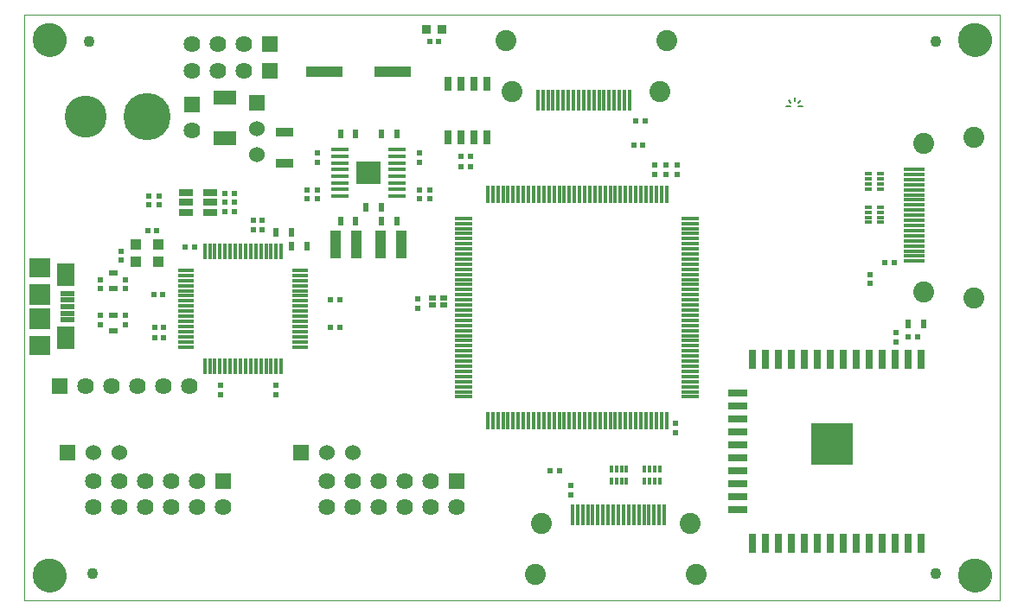
<source format=gts>
G75*
%MOIN*%
%OFA0B0*%
%FSLAX25Y25*%
%IPPOS*%
%LPD*%
%AMOC8*
5,1,8,0,0,1.08239X$1,22.5*
%
%ADD10C,0.00000*%
%ADD11C,0.12900*%
%ADD12C,0.00700*%
%ADD13R,0.01581X0.07880*%
%ADD14C,0.08077*%
%ADD15R,0.01975X0.02369*%
%ADD16R,0.01581X0.02959*%
%ADD17R,0.06109X0.01463*%
%ADD18R,0.01463X0.06109*%
%ADD19R,0.05715X0.01975*%
%ADD20R,0.07880X0.07487*%
%ADD21R,0.07880X0.07880*%
%ADD22R,0.06699X0.08668*%
%ADD23R,0.04337X0.03943*%
%ADD24R,0.02369X0.01975*%
%ADD25R,0.05400X0.02600*%
%ADD26R,0.03550X0.02369*%
%ADD27R,0.02369X0.03550*%
%ADD28R,0.03550X0.03550*%
%ADD29C,0.16211*%
%ADD30C,0.18180*%
%ADD31R,0.06699X0.03746*%
%ADD32R,0.02762X0.02369*%
%ADD33R,0.06400X0.06400*%
%ADD34C,0.06400*%
%ADD35R,0.06000X0.06000*%
%ADD36C,0.06000*%
%ADD37R,0.14180X0.04337*%
%ADD38R,0.06699X0.01581*%
%ADD39R,0.01581X0.06699*%
%ADD40R,0.02565X0.05715*%
%ADD41R,0.08668X0.05400*%
%ADD42R,0.07880X0.01581*%
%ADD43R,0.02959X0.01581*%
%ADD44C,0.04337*%
%ADD45R,0.09685X0.09094*%
%ADD46R,0.04337X0.11030*%
%ADD47R,0.16148X0.16148*%
%ADD48R,0.02762X0.07487*%
%ADD49R,0.07487X0.02762*%
D10*
X0008730Y0046472D02*
X0008730Y0272457D01*
X0384715Y0272457D01*
X0384715Y0046472D01*
X0008730Y0046472D01*
X0012126Y0056118D02*
X0012128Y0056276D01*
X0012134Y0056433D01*
X0012144Y0056591D01*
X0012158Y0056748D01*
X0012176Y0056904D01*
X0012197Y0057061D01*
X0012223Y0057216D01*
X0012253Y0057371D01*
X0012286Y0057525D01*
X0012324Y0057678D01*
X0012365Y0057831D01*
X0012410Y0057982D01*
X0012459Y0058132D01*
X0012512Y0058280D01*
X0012568Y0058428D01*
X0012629Y0058573D01*
X0012692Y0058718D01*
X0012760Y0058860D01*
X0012831Y0059001D01*
X0012905Y0059140D01*
X0012983Y0059277D01*
X0013065Y0059412D01*
X0013149Y0059545D01*
X0013238Y0059676D01*
X0013329Y0059804D01*
X0013424Y0059931D01*
X0013521Y0060054D01*
X0013622Y0060176D01*
X0013726Y0060294D01*
X0013833Y0060410D01*
X0013943Y0060523D01*
X0014055Y0060634D01*
X0014171Y0060741D01*
X0014289Y0060846D01*
X0014409Y0060948D01*
X0014532Y0061046D01*
X0014658Y0061142D01*
X0014786Y0061234D01*
X0014916Y0061323D01*
X0015048Y0061409D01*
X0015183Y0061491D01*
X0015320Y0061570D01*
X0015458Y0061645D01*
X0015598Y0061717D01*
X0015741Y0061785D01*
X0015884Y0061850D01*
X0016030Y0061911D01*
X0016177Y0061968D01*
X0016325Y0062022D01*
X0016475Y0062072D01*
X0016625Y0062118D01*
X0016777Y0062160D01*
X0016930Y0062199D01*
X0017084Y0062233D01*
X0017239Y0062264D01*
X0017394Y0062290D01*
X0017550Y0062313D01*
X0017707Y0062332D01*
X0017864Y0062347D01*
X0018021Y0062358D01*
X0018179Y0062365D01*
X0018337Y0062368D01*
X0018494Y0062367D01*
X0018652Y0062362D01*
X0018809Y0062353D01*
X0018967Y0062340D01*
X0019123Y0062323D01*
X0019280Y0062302D01*
X0019435Y0062278D01*
X0019590Y0062249D01*
X0019745Y0062216D01*
X0019898Y0062180D01*
X0020051Y0062139D01*
X0020202Y0062095D01*
X0020352Y0062047D01*
X0020501Y0061996D01*
X0020649Y0061940D01*
X0020795Y0061881D01*
X0020940Y0061818D01*
X0021083Y0061751D01*
X0021224Y0061681D01*
X0021363Y0061608D01*
X0021501Y0061531D01*
X0021637Y0061450D01*
X0021770Y0061366D01*
X0021901Y0061279D01*
X0022030Y0061188D01*
X0022157Y0061094D01*
X0022282Y0060997D01*
X0022403Y0060897D01*
X0022523Y0060794D01*
X0022639Y0060688D01*
X0022753Y0060579D01*
X0022865Y0060467D01*
X0022973Y0060353D01*
X0023078Y0060235D01*
X0023181Y0060115D01*
X0023280Y0059993D01*
X0023376Y0059868D01*
X0023469Y0059740D01*
X0023559Y0059611D01*
X0023645Y0059479D01*
X0023729Y0059345D01*
X0023808Y0059209D01*
X0023885Y0059071D01*
X0023957Y0058931D01*
X0024026Y0058789D01*
X0024092Y0058646D01*
X0024154Y0058501D01*
X0024212Y0058354D01*
X0024267Y0058206D01*
X0024318Y0058057D01*
X0024365Y0057906D01*
X0024408Y0057755D01*
X0024447Y0057602D01*
X0024483Y0057448D01*
X0024514Y0057294D01*
X0024542Y0057139D01*
X0024566Y0056983D01*
X0024586Y0056826D01*
X0024602Y0056669D01*
X0024614Y0056512D01*
X0024622Y0056355D01*
X0024626Y0056197D01*
X0024626Y0056039D01*
X0024622Y0055881D01*
X0024614Y0055724D01*
X0024602Y0055567D01*
X0024586Y0055410D01*
X0024566Y0055253D01*
X0024542Y0055097D01*
X0024514Y0054942D01*
X0024483Y0054788D01*
X0024447Y0054634D01*
X0024408Y0054481D01*
X0024365Y0054330D01*
X0024318Y0054179D01*
X0024267Y0054030D01*
X0024212Y0053882D01*
X0024154Y0053735D01*
X0024092Y0053590D01*
X0024026Y0053447D01*
X0023957Y0053305D01*
X0023885Y0053165D01*
X0023808Y0053027D01*
X0023729Y0052891D01*
X0023645Y0052757D01*
X0023559Y0052625D01*
X0023469Y0052496D01*
X0023376Y0052368D01*
X0023280Y0052243D01*
X0023181Y0052121D01*
X0023078Y0052001D01*
X0022973Y0051883D01*
X0022865Y0051769D01*
X0022753Y0051657D01*
X0022639Y0051548D01*
X0022523Y0051442D01*
X0022403Y0051339D01*
X0022282Y0051239D01*
X0022157Y0051142D01*
X0022030Y0051048D01*
X0021901Y0050957D01*
X0021770Y0050870D01*
X0021637Y0050786D01*
X0021501Y0050705D01*
X0021363Y0050628D01*
X0021224Y0050555D01*
X0021083Y0050485D01*
X0020940Y0050418D01*
X0020795Y0050355D01*
X0020649Y0050296D01*
X0020501Y0050240D01*
X0020352Y0050189D01*
X0020202Y0050141D01*
X0020051Y0050097D01*
X0019898Y0050056D01*
X0019745Y0050020D01*
X0019590Y0049987D01*
X0019435Y0049958D01*
X0019280Y0049934D01*
X0019123Y0049913D01*
X0018967Y0049896D01*
X0018809Y0049883D01*
X0018652Y0049874D01*
X0018494Y0049869D01*
X0018337Y0049868D01*
X0018179Y0049871D01*
X0018021Y0049878D01*
X0017864Y0049889D01*
X0017707Y0049904D01*
X0017550Y0049923D01*
X0017394Y0049946D01*
X0017239Y0049972D01*
X0017084Y0050003D01*
X0016930Y0050037D01*
X0016777Y0050076D01*
X0016625Y0050118D01*
X0016475Y0050164D01*
X0016325Y0050214D01*
X0016177Y0050268D01*
X0016030Y0050325D01*
X0015884Y0050386D01*
X0015741Y0050451D01*
X0015598Y0050519D01*
X0015458Y0050591D01*
X0015320Y0050666D01*
X0015183Y0050745D01*
X0015048Y0050827D01*
X0014916Y0050913D01*
X0014786Y0051002D01*
X0014658Y0051094D01*
X0014532Y0051190D01*
X0014409Y0051288D01*
X0014289Y0051390D01*
X0014171Y0051495D01*
X0014055Y0051602D01*
X0013943Y0051713D01*
X0013833Y0051826D01*
X0013726Y0051942D01*
X0013622Y0052060D01*
X0013521Y0052182D01*
X0013424Y0052305D01*
X0013329Y0052432D01*
X0013238Y0052560D01*
X0013149Y0052691D01*
X0013065Y0052824D01*
X0012983Y0052959D01*
X0012905Y0053096D01*
X0012831Y0053235D01*
X0012760Y0053376D01*
X0012692Y0053518D01*
X0012629Y0053663D01*
X0012568Y0053808D01*
X0012512Y0053956D01*
X0012459Y0054104D01*
X0012410Y0054254D01*
X0012365Y0054405D01*
X0012324Y0054558D01*
X0012286Y0054711D01*
X0012253Y0054865D01*
X0012223Y0055020D01*
X0012197Y0055175D01*
X0012176Y0055332D01*
X0012158Y0055488D01*
X0012144Y0055645D01*
X0012134Y0055803D01*
X0012128Y0055960D01*
X0012126Y0056118D01*
X0012126Y0262811D02*
X0012128Y0262969D01*
X0012134Y0263126D01*
X0012144Y0263284D01*
X0012158Y0263441D01*
X0012176Y0263597D01*
X0012197Y0263754D01*
X0012223Y0263909D01*
X0012253Y0264064D01*
X0012286Y0264218D01*
X0012324Y0264371D01*
X0012365Y0264524D01*
X0012410Y0264675D01*
X0012459Y0264825D01*
X0012512Y0264973D01*
X0012568Y0265121D01*
X0012629Y0265266D01*
X0012692Y0265411D01*
X0012760Y0265553D01*
X0012831Y0265694D01*
X0012905Y0265833D01*
X0012983Y0265970D01*
X0013065Y0266105D01*
X0013149Y0266238D01*
X0013238Y0266369D01*
X0013329Y0266497D01*
X0013424Y0266624D01*
X0013521Y0266747D01*
X0013622Y0266869D01*
X0013726Y0266987D01*
X0013833Y0267103D01*
X0013943Y0267216D01*
X0014055Y0267327D01*
X0014171Y0267434D01*
X0014289Y0267539D01*
X0014409Y0267641D01*
X0014532Y0267739D01*
X0014658Y0267835D01*
X0014786Y0267927D01*
X0014916Y0268016D01*
X0015048Y0268102D01*
X0015183Y0268184D01*
X0015320Y0268263D01*
X0015458Y0268338D01*
X0015598Y0268410D01*
X0015741Y0268478D01*
X0015884Y0268543D01*
X0016030Y0268604D01*
X0016177Y0268661D01*
X0016325Y0268715D01*
X0016475Y0268765D01*
X0016625Y0268811D01*
X0016777Y0268853D01*
X0016930Y0268892D01*
X0017084Y0268926D01*
X0017239Y0268957D01*
X0017394Y0268983D01*
X0017550Y0269006D01*
X0017707Y0269025D01*
X0017864Y0269040D01*
X0018021Y0269051D01*
X0018179Y0269058D01*
X0018337Y0269061D01*
X0018494Y0269060D01*
X0018652Y0269055D01*
X0018809Y0269046D01*
X0018967Y0269033D01*
X0019123Y0269016D01*
X0019280Y0268995D01*
X0019435Y0268971D01*
X0019590Y0268942D01*
X0019745Y0268909D01*
X0019898Y0268873D01*
X0020051Y0268832D01*
X0020202Y0268788D01*
X0020352Y0268740D01*
X0020501Y0268689D01*
X0020649Y0268633D01*
X0020795Y0268574D01*
X0020940Y0268511D01*
X0021083Y0268444D01*
X0021224Y0268374D01*
X0021363Y0268301D01*
X0021501Y0268224D01*
X0021637Y0268143D01*
X0021770Y0268059D01*
X0021901Y0267972D01*
X0022030Y0267881D01*
X0022157Y0267787D01*
X0022282Y0267690D01*
X0022403Y0267590D01*
X0022523Y0267487D01*
X0022639Y0267381D01*
X0022753Y0267272D01*
X0022865Y0267160D01*
X0022973Y0267046D01*
X0023078Y0266928D01*
X0023181Y0266808D01*
X0023280Y0266686D01*
X0023376Y0266561D01*
X0023469Y0266433D01*
X0023559Y0266304D01*
X0023645Y0266172D01*
X0023729Y0266038D01*
X0023808Y0265902D01*
X0023885Y0265764D01*
X0023957Y0265624D01*
X0024026Y0265482D01*
X0024092Y0265339D01*
X0024154Y0265194D01*
X0024212Y0265047D01*
X0024267Y0264899D01*
X0024318Y0264750D01*
X0024365Y0264599D01*
X0024408Y0264448D01*
X0024447Y0264295D01*
X0024483Y0264141D01*
X0024514Y0263987D01*
X0024542Y0263832D01*
X0024566Y0263676D01*
X0024586Y0263519D01*
X0024602Y0263362D01*
X0024614Y0263205D01*
X0024622Y0263048D01*
X0024626Y0262890D01*
X0024626Y0262732D01*
X0024622Y0262574D01*
X0024614Y0262417D01*
X0024602Y0262260D01*
X0024586Y0262103D01*
X0024566Y0261946D01*
X0024542Y0261790D01*
X0024514Y0261635D01*
X0024483Y0261481D01*
X0024447Y0261327D01*
X0024408Y0261174D01*
X0024365Y0261023D01*
X0024318Y0260872D01*
X0024267Y0260723D01*
X0024212Y0260575D01*
X0024154Y0260428D01*
X0024092Y0260283D01*
X0024026Y0260140D01*
X0023957Y0259998D01*
X0023885Y0259858D01*
X0023808Y0259720D01*
X0023729Y0259584D01*
X0023645Y0259450D01*
X0023559Y0259318D01*
X0023469Y0259189D01*
X0023376Y0259061D01*
X0023280Y0258936D01*
X0023181Y0258814D01*
X0023078Y0258694D01*
X0022973Y0258576D01*
X0022865Y0258462D01*
X0022753Y0258350D01*
X0022639Y0258241D01*
X0022523Y0258135D01*
X0022403Y0258032D01*
X0022282Y0257932D01*
X0022157Y0257835D01*
X0022030Y0257741D01*
X0021901Y0257650D01*
X0021770Y0257563D01*
X0021637Y0257479D01*
X0021501Y0257398D01*
X0021363Y0257321D01*
X0021224Y0257248D01*
X0021083Y0257178D01*
X0020940Y0257111D01*
X0020795Y0257048D01*
X0020649Y0256989D01*
X0020501Y0256933D01*
X0020352Y0256882D01*
X0020202Y0256834D01*
X0020051Y0256790D01*
X0019898Y0256749D01*
X0019745Y0256713D01*
X0019590Y0256680D01*
X0019435Y0256651D01*
X0019280Y0256627D01*
X0019123Y0256606D01*
X0018967Y0256589D01*
X0018809Y0256576D01*
X0018652Y0256567D01*
X0018494Y0256562D01*
X0018337Y0256561D01*
X0018179Y0256564D01*
X0018021Y0256571D01*
X0017864Y0256582D01*
X0017707Y0256597D01*
X0017550Y0256616D01*
X0017394Y0256639D01*
X0017239Y0256665D01*
X0017084Y0256696D01*
X0016930Y0256730D01*
X0016777Y0256769D01*
X0016625Y0256811D01*
X0016475Y0256857D01*
X0016325Y0256907D01*
X0016177Y0256961D01*
X0016030Y0257018D01*
X0015884Y0257079D01*
X0015741Y0257144D01*
X0015598Y0257212D01*
X0015458Y0257284D01*
X0015320Y0257359D01*
X0015183Y0257438D01*
X0015048Y0257520D01*
X0014916Y0257606D01*
X0014786Y0257695D01*
X0014658Y0257787D01*
X0014532Y0257883D01*
X0014409Y0257981D01*
X0014289Y0258083D01*
X0014171Y0258188D01*
X0014055Y0258295D01*
X0013943Y0258406D01*
X0013833Y0258519D01*
X0013726Y0258635D01*
X0013622Y0258753D01*
X0013521Y0258875D01*
X0013424Y0258998D01*
X0013329Y0259125D01*
X0013238Y0259253D01*
X0013149Y0259384D01*
X0013065Y0259517D01*
X0012983Y0259652D01*
X0012905Y0259789D01*
X0012831Y0259928D01*
X0012760Y0260069D01*
X0012692Y0260211D01*
X0012629Y0260356D01*
X0012568Y0260501D01*
X0012512Y0260649D01*
X0012459Y0260797D01*
X0012410Y0260947D01*
X0012365Y0261098D01*
X0012324Y0261251D01*
X0012286Y0261404D01*
X0012253Y0261558D01*
X0012223Y0261713D01*
X0012197Y0261868D01*
X0012176Y0262025D01*
X0012158Y0262181D01*
X0012144Y0262338D01*
X0012134Y0262496D01*
X0012128Y0262653D01*
X0012126Y0262811D01*
X0368819Y0262811D02*
X0368821Y0262969D01*
X0368827Y0263126D01*
X0368837Y0263284D01*
X0368851Y0263441D01*
X0368869Y0263597D01*
X0368890Y0263754D01*
X0368916Y0263909D01*
X0368946Y0264064D01*
X0368979Y0264218D01*
X0369017Y0264371D01*
X0369058Y0264524D01*
X0369103Y0264675D01*
X0369152Y0264825D01*
X0369205Y0264973D01*
X0369261Y0265121D01*
X0369322Y0265266D01*
X0369385Y0265411D01*
X0369453Y0265553D01*
X0369524Y0265694D01*
X0369598Y0265833D01*
X0369676Y0265970D01*
X0369758Y0266105D01*
X0369842Y0266238D01*
X0369931Y0266369D01*
X0370022Y0266497D01*
X0370117Y0266624D01*
X0370214Y0266747D01*
X0370315Y0266869D01*
X0370419Y0266987D01*
X0370526Y0267103D01*
X0370636Y0267216D01*
X0370748Y0267327D01*
X0370864Y0267434D01*
X0370982Y0267539D01*
X0371102Y0267641D01*
X0371225Y0267739D01*
X0371351Y0267835D01*
X0371479Y0267927D01*
X0371609Y0268016D01*
X0371741Y0268102D01*
X0371876Y0268184D01*
X0372013Y0268263D01*
X0372151Y0268338D01*
X0372291Y0268410D01*
X0372434Y0268478D01*
X0372577Y0268543D01*
X0372723Y0268604D01*
X0372870Y0268661D01*
X0373018Y0268715D01*
X0373168Y0268765D01*
X0373318Y0268811D01*
X0373470Y0268853D01*
X0373623Y0268892D01*
X0373777Y0268926D01*
X0373932Y0268957D01*
X0374087Y0268983D01*
X0374243Y0269006D01*
X0374400Y0269025D01*
X0374557Y0269040D01*
X0374714Y0269051D01*
X0374872Y0269058D01*
X0375030Y0269061D01*
X0375187Y0269060D01*
X0375345Y0269055D01*
X0375502Y0269046D01*
X0375660Y0269033D01*
X0375816Y0269016D01*
X0375973Y0268995D01*
X0376128Y0268971D01*
X0376283Y0268942D01*
X0376438Y0268909D01*
X0376591Y0268873D01*
X0376744Y0268832D01*
X0376895Y0268788D01*
X0377045Y0268740D01*
X0377194Y0268689D01*
X0377342Y0268633D01*
X0377488Y0268574D01*
X0377633Y0268511D01*
X0377776Y0268444D01*
X0377917Y0268374D01*
X0378056Y0268301D01*
X0378194Y0268224D01*
X0378330Y0268143D01*
X0378463Y0268059D01*
X0378594Y0267972D01*
X0378723Y0267881D01*
X0378850Y0267787D01*
X0378975Y0267690D01*
X0379096Y0267590D01*
X0379216Y0267487D01*
X0379332Y0267381D01*
X0379446Y0267272D01*
X0379558Y0267160D01*
X0379666Y0267046D01*
X0379771Y0266928D01*
X0379874Y0266808D01*
X0379973Y0266686D01*
X0380069Y0266561D01*
X0380162Y0266433D01*
X0380252Y0266304D01*
X0380338Y0266172D01*
X0380422Y0266038D01*
X0380501Y0265902D01*
X0380578Y0265764D01*
X0380650Y0265624D01*
X0380719Y0265482D01*
X0380785Y0265339D01*
X0380847Y0265194D01*
X0380905Y0265047D01*
X0380960Y0264899D01*
X0381011Y0264750D01*
X0381058Y0264599D01*
X0381101Y0264448D01*
X0381140Y0264295D01*
X0381176Y0264141D01*
X0381207Y0263987D01*
X0381235Y0263832D01*
X0381259Y0263676D01*
X0381279Y0263519D01*
X0381295Y0263362D01*
X0381307Y0263205D01*
X0381315Y0263048D01*
X0381319Y0262890D01*
X0381319Y0262732D01*
X0381315Y0262574D01*
X0381307Y0262417D01*
X0381295Y0262260D01*
X0381279Y0262103D01*
X0381259Y0261946D01*
X0381235Y0261790D01*
X0381207Y0261635D01*
X0381176Y0261481D01*
X0381140Y0261327D01*
X0381101Y0261174D01*
X0381058Y0261023D01*
X0381011Y0260872D01*
X0380960Y0260723D01*
X0380905Y0260575D01*
X0380847Y0260428D01*
X0380785Y0260283D01*
X0380719Y0260140D01*
X0380650Y0259998D01*
X0380578Y0259858D01*
X0380501Y0259720D01*
X0380422Y0259584D01*
X0380338Y0259450D01*
X0380252Y0259318D01*
X0380162Y0259189D01*
X0380069Y0259061D01*
X0379973Y0258936D01*
X0379874Y0258814D01*
X0379771Y0258694D01*
X0379666Y0258576D01*
X0379558Y0258462D01*
X0379446Y0258350D01*
X0379332Y0258241D01*
X0379216Y0258135D01*
X0379096Y0258032D01*
X0378975Y0257932D01*
X0378850Y0257835D01*
X0378723Y0257741D01*
X0378594Y0257650D01*
X0378463Y0257563D01*
X0378330Y0257479D01*
X0378194Y0257398D01*
X0378056Y0257321D01*
X0377917Y0257248D01*
X0377776Y0257178D01*
X0377633Y0257111D01*
X0377488Y0257048D01*
X0377342Y0256989D01*
X0377194Y0256933D01*
X0377045Y0256882D01*
X0376895Y0256834D01*
X0376744Y0256790D01*
X0376591Y0256749D01*
X0376438Y0256713D01*
X0376283Y0256680D01*
X0376128Y0256651D01*
X0375973Y0256627D01*
X0375816Y0256606D01*
X0375660Y0256589D01*
X0375502Y0256576D01*
X0375345Y0256567D01*
X0375187Y0256562D01*
X0375030Y0256561D01*
X0374872Y0256564D01*
X0374714Y0256571D01*
X0374557Y0256582D01*
X0374400Y0256597D01*
X0374243Y0256616D01*
X0374087Y0256639D01*
X0373932Y0256665D01*
X0373777Y0256696D01*
X0373623Y0256730D01*
X0373470Y0256769D01*
X0373318Y0256811D01*
X0373168Y0256857D01*
X0373018Y0256907D01*
X0372870Y0256961D01*
X0372723Y0257018D01*
X0372577Y0257079D01*
X0372434Y0257144D01*
X0372291Y0257212D01*
X0372151Y0257284D01*
X0372013Y0257359D01*
X0371876Y0257438D01*
X0371741Y0257520D01*
X0371609Y0257606D01*
X0371479Y0257695D01*
X0371351Y0257787D01*
X0371225Y0257883D01*
X0371102Y0257981D01*
X0370982Y0258083D01*
X0370864Y0258188D01*
X0370748Y0258295D01*
X0370636Y0258406D01*
X0370526Y0258519D01*
X0370419Y0258635D01*
X0370315Y0258753D01*
X0370214Y0258875D01*
X0370117Y0258998D01*
X0370022Y0259125D01*
X0369931Y0259253D01*
X0369842Y0259384D01*
X0369758Y0259517D01*
X0369676Y0259652D01*
X0369598Y0259789D01*
X0369524Y0259928D01*
X0369453Y0260069D01*
X0369385Y0260211D01*
X0369322Y0260356D01*
X0369261Y0260501D01*
X0369205Y0260649D01*
X0369152Y0260797D01*
X0369103Y0260947D01*
X0369058Y0261098D01*
X0369017Y0261251D01*
X0368979Y0261404D01*
X0368946Y0261558D01*
X0368916Y0261713D01*
X0368890Y0261868D01*
X0368869Y0262025D01*
X0368851Y0262181D01*
X0368837Y0262338D01*
X0368827Y0262496D01*
X0368821Y0262653D01*
X0368819Y0262811D01*
X0368819Y0056118D02*
X0368821Y0056276D01*
X0368827Y0056433D01*
X0368837Y0056591D01*
X0368851Y0056748D01*
X0368869Y0056904D01*
X0368890Y0057061D01*
X0368916Y0057216D01*
X0368946Y0057371D01*
X0368979Y0057525D01*
X0369017Y0057678D01*
X0369058Y0057831D01*
X0369103Y0057982D01*
X0369152Y0058132D01*
X0369205Y0058280D01*
X0369261Y0058428D01*
X0369322Y0058573D01*
X0369385Y0058718D01*
X0369453Y0058860D01*
X0369524Y0059001D01*
X0369598Y0059140D01*
X0369676Y0059277D01*
X0369758Y0059412D01*
X0369842Y0059545D01*
X0369931Y0059676D01*
X0370022Y0059804D01*
X0370117Y0059931D01*
X0370214Y0060054D01*
X0370315Y0060176D01*
X0370419Y0060294D01*
X0370526Y0060410D01*
X0370636Y0060523D01*
X0370748Y0060634D01*
X0370864Y0060741D01*
X0370982Y0060846D01*
X0371102Y0060948D01*
X0371225Y0061046D01*
X0371351Y0061142D01*
X0371479Y0061234D01*
X0371609Y0061323D01*
X0371741Y0061409D01*
X0371876Y0061491D01*
X0372013Y0061570D01*
X0372151Y0061645D01*
X0372291Y0061717D01*
X0372434Y0061785D01*
X0372577Y0061850D01*
X0372723Y0061911D01*
X0372870Y0061968D01*
X0373018Y0062022D01*
X0373168Y0062072D01*
X0373318Y0062118D01*
X0373470Y0062160D01*
X0373623Y0062199D01*
X0373777Y0062233D01*
X0373932Y0062264D01*
X0374087Y0062290D01*
X0374243Y0062313D01*
X0374400Y0062332D01*
X0374557Y0062347D01*
X0374714Y0062358D01*
X0374872Y0062365D01*
X0375030Y0062368D01*
X0375187Y0062367D01*
X0375345Y0062362D01*
X0375502Y0062353D01*
X0375660Y0062340D01*
X0375816Y0062323D01*
X0375973Y0062302D01*
X0376128Y0062278D01*
X0376283Y0062249D01*
X0376438Y0062216D01*
X0376591Y0062180D01*
X0376744Y0062139D01*
X0376895Y0062095D01*
X0377045Y0062047D01*
X0377194Y0061996D01*
X0377342Y0061940D01*
X0377488Y0061881D01*
X0377633Y0061818D01*
X0377776Y0061751D01*
X0377917Y0061681D01*
X0378056Y0061608D01*
X0378194Y0061531D01*
X0378330Y0061450D01*
X0378463Y0061366D01*
X0378594Y0061279D01*
X0378723Y0061188D01*
X0378850Y0061094D01*
X0378975Y0060997D01*
X0379096Y0060897D01*
X0379216Y0060794D01*
X0379332Y0060688D01*
X0379446Y0060579D01*
X0379558Y0060467D01*
X0379666Y0060353D01*
X0379771Y0060235D01*
X0379874Y0060115D01*
X0379973Y0059993D01*
X0380069Y0059868D01*
X0380162Y0059740D01*
X0380252Y0059611D01*
X0380338Y0059479D01*
X0380422Y0059345D01*
X0380501Y0059209D01*
X0380578Y0059071D01*
X0380650Y0058931D01*
X0380719Y0058789D01*
X0380785Y0058646D01*
X0380847Y0058501D01*
X0380905Y0058354D01*
X0380960Y0058206D01*
X0381011Y0058057D01*
X0381058Y0057906D01*
X0381101Y0057755D01*
X0381140Y0057602D01*
X0381176Y0057448D01*
X0381207Y0057294D01*
X0381235Y0057139D01*
X0381259Y0056983D01*
X0381279Y0056826D01*
X0381295Y0056669D01*
X0381307Y0056512D01*
X0381315Y0056355D01*
X0381319Y0056197D01*
X0381319Y0056039D01*
X0381315Y0055881D01*
X0381307Y0055724D01*
X0381295Y0055567D01*
X0381279Y0055410D01*
X0381259Y0055253D01*
X0381235Y0055097D01*
X0381207Y0054942D01*
X0381176Y0054788D01*
X0381140Y0054634D01*
X0381101Y0054481D01*
X0381058Y0054330D01*
X0381011Y0054179D01*
X0380960Y0054030D01*
X0380905Y0053882D01*
X0380847Y0053735D01*
X0380785Y0053590D01*
X0380719Y0053447D01*
X0380650Y0053305D01*
X0380578Y0053165D01*
X0380501Y0053027D01*
X0380422Y0052891D01*
X0380338Y0052757D01*
X0380252Y0052625D01*
X0380162Y0052496D01*
X0380069Y0052368D01*
X0379973Y0052243D01*
X0379874Y0052121D01*
X0379771Y0052001D01*
X0379666Y0051883D01*
X0379558Y0051769D01*
X0379446Y0051657D01*
X0379332Y0051548D01*
X0379216Y0051442D01*
X0379096Y0051339D01*
X0378975Y0051239D01*
X0378850Y0051142D01*
X0378723Y0051048D01*
X0378594Y0050957D01*
X0378463Y0050870D01*
X0378330Y0050786D01*
X0378194Y0050705D01*
X0378056Y0050628D01*
X0377917Y0050555D01*
X0377776Y0050485D01*
X0377633Y0050418D01*
X0377488Y0050355D01*
X0377342Y0050296D01*
X0377194Y0050240D01*
X0377045Y0050189D01*
X0376895Y0050141D01*
X0376744Y0050097D01*
X0376591Y0050056D01*
X0376438Y0050020D01*
X0376283Y0049987D01*
X0376128Y0049958D01*
X0375973Y0049934D01*
X0375816Y0049913D01*
X0375660Y0049896D01*
X0375502Y0049883D01*
X0375345Y0049874D01*
X0375187Y0049869D01*
X0375030Y0049868D01*
X0374872Y0049871D01*
X0374714Y0049878D01*
X0374557Y0049889D01*
X0374400Y0049904D01*
X0374243Y0049923D01*
X0374087Y0049946D01*
X0373932Y0049972D01*
X0373777Y0050003D01*
X0373623Y0050037D01*
X0373470Y0050076D01*
X0373318Y0050118D01*
X0373168Y0050164D01*
X0373018Y0050214D01*
X0372870Y0050268D01*
X0372723Y0050325D01*
X0372577Y0050386D01*
X0372434Y0050451D01*
X0372291Y0050519D01*
X0372151Y0050591D01*
X0372013Y0050666D01*
X0371876Y0050745D01*
X0371741Y0050827D01*
X0371609Y0050913D01*
X0371479Y0051002D01*
X0371351Y0051094D01*
X0371225Y0051190D01*
X0371102Y0051288D01*
X0370982Y0051390D01*
X0370864Y0051495D01*
X0370748Y0051602D01*
X0370636Y0051713D01*
X0370526Y0051826D01*
X0370419Y0051942D01*
X0370315Y0052060D01*
X0370214Y0052182D01*
X0370117Y0052305D01*
X0370022Y0052432D01*
X0369931Y0052560D01*
X0369842Y0052691D01*
X0369758Y0052824D01*
X0369676Y0052959D01*
X0369598Y0053096D01*
X0369524Y0053235D01*
X0369453Y0053376D01*
X0369385Y0053518D01*
X0369322Y0053663D01*
X0369261Y0053808D01*
X0369205Y0053956D01*
X0369152Y0054104D01*
X0369103Y0054254D01*
X0369058Y0054405D01*
X0369017Y0054558D01*
X0368979Y0054711D01*
X0368946Y0054865D01*
X0368916Y0055020D01*
X0368890Y0055175D01*
X0368869Y0055332D01*
X0368851Y0055488D01*
X0368837Y0055645D01*
X0368827Y0055803D01*
X0368821Y0055960D01*
X0368819Y0056118D01*
D11*
X0375069Y0056118D03*
X0375069Y0262811D03*
X0018376Y0262811D03*
X0018376Y0056118D03*
D12*
X0302431Y0237024D02*
X0304006Y0237024D01*
X0304006Y0238598D02*
X0303219Y0239386D01*
X0305581Y0238992D02*
X0305581Y0240567D01*
X0307156Y0238598D02*
X0307943Y0239386D01*
X0307156Y0237024D02*
X0308730Y0237024D01*
D13*
X0241998Y0239386D03*
X0240030Y0239386D03*
X0238061Y0239386D03*
X0236093Y0239386D03*
X0234124Y0239386D03*
X0232156Y0239386D03*
X0230187Y0239386D03*
X0228219Y0239386D03*
X0226250Y0239386D03*
X0224281Y0239386D03*
X0222313Y0239386D03*
X0220344Y0239386D03*
X0218376Y0239386D03*
X0216407Y0239386D03*
X0214439Y0239386D03*
X0212470Y0239386D03*
X0210502Y0239386D03*
X0208533Y0239386D03*
X0206565Y0239386D03*
X0219951Y0079543D03*
X0221919Y0079543D03*
X0223888Y0079543D03*
X0225856Y0079543D03*
X0227825Y0079543D03*
X0229793Y0079543D03*
X0231762Y0079543D03*
X0233730Y0079543D03*
X0235699Y0079543D03*
X0237667Y0079543D03*
X0239636Y0079543D03*
X0241604Y0079543D03*
X0243573Y0079543D03*
X0245541Y0079543D03*
X0247510Y0079543D03*
X0249478Y0079543D03*
X0251447Y0079543D03*
X0253415Y0079543D03*
X0255384Y0079543D03*
D14*
X0265226Y0076000D03*
X0267589Y0056512D03*
X0208140Y0076000D03*
X0205778Y0056512D03*
X0355187Y0165567D03*
X0374675Y0163205D03*
X0355187Y0222654D03*
X0374675Y0225016D03*
X0256171Y0262417D03*
X0253809Y0242929D03*
X0196722Y0242929D03*
X0194360Y0262417D03*
D15*
X0168376Y0262220D03*
X0164833Y0262220D03*
X0177037Y0217732D03*
X0180581Y0217732D03*
X0180581Y0213795D03*
X0177037Y0213795D03*
X0243573Y0222063D03*
X0247116Y0222063D03*
X0247904Y0231512D03*
X0244360Y0231512D03*
X0340423Y0176787D03*
X0343967Y0176787D03*
X0349478Y0148047D03*
X0353022Y0148047D03*
X0214833Y0096472D03*
X0211289Y0096472D03*
X0130187Y0151984D03*
X0126644Y0151984D03*
X0126644Y0162614D03*
X0130187Y0162614D03*
X0089636Y0196472D03*
X0086093Y0196472D03*
X0086093Y0200016D03*
X0089636Y0200016D03*
X0089636Y0203559D03*
X0086093Y0203559D03*
X0059715Y0188992D03*
X0056171Y0188992D03*
X0070738Y0182693D03*
X0074281Y0182693D03*
X0062077Y0164583D03*
X0058533Y0164583D03*
X0058927Y0151984D03*
X0062470Y0151984D03*
X0062470Y0147654D03*
X0058927Y0147654D03*
D16*
X0234911Y0097161D03*
X0236880Y0097161D03*
X0238848Y0097161D03*
X0240817Y0097161D03*
X0240817Y0092634D03*
X0238848Y0092634D03*
X0236880Y0092634D03*
X0234911Y0092634D03*
X0247707Y0092634D03*
X0249675Y0092634D03*
X0251644Y0092634D03*
X0253612Y0092634D03*
X0253612Y0097161D03*
X0251644Y0097161D03*
X0249675Y0097161D03*
X0247707Y0097161D03*
D17*
X0115128Y0144307D03*
X0115128Y0146276D03*
X0115128Y0148244D03*
X0115128Y0150213D03*
X0115128Y0152181D03*
X0115128Y0154150D03*
X0115128Y0156118D03*
X0115128Y0158087D03*
X0115128Y0160055D03*
X0115128Y0162024D03*
X0115128Y0163992D03*
X0115128Y0165961D03*
X0115128Y0167929D03*
X0115128Y0169898D03*
X0115128Y0171866D03*
X0115128Y0173835D03*
X0070837Y0173835D03*
X0070837Y0171866D03*
X0070837Y0169898D03*
X0070837Y0167929D03*
X0070837Y0165961D03*
X0070837Y0163992D03*
X0070837Y0162024D03*
X0070837Y0160055D03*
X0070837Y0158087D03*
X0070837Y0156118D03*
X0070837Y0154150D03*
X0070837Y0152181D03*
X0070837Y0150213D03*
X0070837Y0148244D03*
X0070837Y0146276D03*
X0070837Y0144307D03*
D18*
X0078219Y0136925D03*
X0080187Y0136925D03*
X0082156Y0136925D03*
X0084124Y0136925D03*
X0086093Y0136925D03*
X0088061Y0136925D03*
X0090030Y0136925D03*
X0091998Y0136925D03*
X0093967Y0136925D03*
X0095935Y0136925D03*
X0097904Y0136925D03*
X0099872Y0136925D03*
X0101841Y0136925D03*
X0103809Y0136925D03*
X0105778Y0136925D03*
X0107746Y0136925D03*
X0107746Y0181217D03*
X0105778Y0181217D03*
X0103809Y0181217D03*
X0101841Y0181217D03*
X0099872Y0181217D03*
X0097904Y0181217D03*
X0095935Y0181217D03*
X0093967Y0181217D03*
X0091998Y0181217D03*
X0090030Y0181217D03*
X0088061Y0181217D03*
X0086093Y0181217D03*
X0084124Y0181217D03*
X0082156Y0181217D03*
X0080187Y0181217D03*
X0078219Y0181217D03*
D19*
X0025167Y0164976D03*
X0025167Y0162417D03*
X0025167Y0159858D03*
X0025167Y0157299D03*
X0025167Y0154740D03*
D20*
X0014636Y0144898D03*
X0014636Y0174819D03*
D21*
X0014636Y0164583D03*
X0014636Y0155134D03*
D22*
X0024675Y0147654D03*
X0024675Y0172063D03*
D23*
X0051644Y0177181D03*
X0060305Y0177181D03*
X0060305Y0183874D03*
X0051644Y0183874D03*
D24*
X0046132Y0181315D03*
X0046132Y0177772D03*
X0047707Y0170291D03*
X0047707Y0166748D03*
X0037864Y0166748D03*
X0037864Y0170291D03*
X0037864Y0156512D03*
X0037864Y0152969D03*
X0047707Y0152969D03*
X0047707Y0156512D03*
X0084321Y0129346D03*
X0084321Y0125803D03*
X0105581Y0125803D03*
X0105581Y0129346D03*
X0160305Y0159268D03*
X0160305Y0162811D03*
X0161093Y0201394D03*
X0161093Y0204937D03*
X0165030Y0204937D03*
X0165030Y0201394D03*
X0161093Y0215567D03*
X0161093Y0219110D03*
X0121722Y0219110D03*
X0121722Y0215567D03*
X0121722Y0204937D03*
X0121722Y0201394D03*
X0117785Y0201394D03*
X0117785Y0204937D03*
X0100463Y0193126D03*
X0100463Y0189583D03*
X0096919Y0189583D03*
X0096919Y0193126D03*
X0060699Y0199031D03*
X0060699Y0202575D03*
X0056762Y0202575D03*
X0056762Y0199031D03*
X0219360Y0090764D03*
X0219360Y0087220D03*
X0259518Y0111236D03*
X0259518Y0114780D03*
X0334715Y0168717D03*
X0334715Y0172260D03*
X0344557Y0149819D03*
X0344557Y0146276D03*
X0260305Y0210843D03*
X0255974Y0210843D03*
X0251644Y0210843D03*
X0251644Y0214386D03*
X0255974Y0214386D03*
X0260305Y0214386D03*
D25*
X0080459Y0203716D03*
X0080459Y0200016D03*
X0080459Y0196316D03*
X0070859Y0196316D03*
X0070859Y0200016D03*
X0070859Y0203716D03*
D26*
X0042982Y0172654D03*
X0042982Y0166748D03*
X0042982Y0156512D03*
X0042982Y0150606D03*
D27*
X0105778Y0188598D03*
X0111683Y0188598D03*
X0111683Y0183087D03*
X0117589Y0183087D03*
X0130581Y0192929D03*
X0136486Y0192929D03*
X0140423Y0198047D03*
X0146329Y0198047D03*
X0146329Y0192929D03*
X0152234Y0192929D03*
X0152234Y0226394D03*
X0146329Y0226394D03*
X0136486Y0226394D03*
X0130581Y0226394D03*
X0349478Y0153165D03*
X0355384Y0153165D03*
D28*
X0169557Y0266945D03*
X0163652Y0266945D03*
D29*
X0032352Y0233087D03*
D30*
X0055974Y0233087D03*
D31*
X0109124Y0227280D03*
X0109124Y0215272D03*
D32*
X0166014Y0163205D03*
X0166014Y0160449D03*
X0170344Y0160449D03*
X0170344Y0163205D03*
D33*
X0175463Y0092417D03*
X0085463Y0092417D03*
X0022313Y0129150D03*
X0073297Y0237693D03*
X0103258Y0250803D03*
X0103258Y0261039D03*
D34*
X0093258Y0261039D03*
X0083258Y0261039D03*
X0073258Y0261039D03*
X0073258Y0250803D03*
X0083258Y0250803D03*
X0093258Y0250803D03*
X0073297Y0227693D03*
X0072313Y0129150D03*
X0062313Y0129150D03*
X0052313Y0129150D03*
X0042313Y0129150D03*
X0032313Y0129150D03*
X0035463Y0092417D03*
X0045463Y0092417D03*
X0055463Y0092417D03*
X0065463Y0092417D03*
X0075463Y0092417D03*
X0075463Y0082417D03*
X0065463Y0082417D03*
X0055463Y0082417D03*
X0045463Y0082417D03*
X0035463Y0082417D03*
X0085463Y0082417D03*
X0125463Y0082417D03*
X0135463Y0082417D03*
X0145463Y0082417D03*
X0155463Y0082417D03*
X0165463Y0082417D03*
X0175463Y0082417D03*
X0165463Y0092417D03*
X0155463Y0092417D03*
X0145463Y0092417D03*
X0135463Y0092417D03*
X0125463Y0092417D03*
D35*
X0115266Y0103559D03*
X0025266Y0103559D03*
X0098494Y0238362D03*
D36*
X0098494Y0228362D03*
X0098494Y0218362D03*
X0125266Y0103559D03*
X0135266Y0103559D03*
X0045266Y0103559D03*
X0035266Y0103559D03*
D37*
X0124281Y0250409D03*
X0150659Y0250409D03*
D38*
X0152431Y0220390D03*
X0152431Y0217831D03*
X0152431Y0215272D03*
X0152431Y0212713D03*
X0152431Y0210154D03*
X0152431Y0207594D03*
X0152431Y0205035D03*
X0152431Y0202476D03*
X0130384Y0202476D03*
X0130384Y0205035D03*
X0130384Y0207594D03*
X0130384Y0210154D03*
X0130384Y0212713D03*
X0130384Y0215272D03*
X0130384Y0217831D03*
X0130384Y0220390D03*
X0178022Y0193913D03*
X0178022Y0191945D03*
X0178022Y0189976D03*
X0178022Y0188008D03*
X0178022Y0186039D03*
X0178022Y0184071D03*
X0178022Y0182102D03*
X0178022Y0180134D03*
X0178022Y0178165D03*
X0178022Y0176197D03*
X0178022Y0174228D03*
X0178022Y0172260D03*
X0178022Y0170291D03*
X0178022Y0168323D03*
X0178022Y0166354D03*
X0178022Y0164386D03*
X0178022Y0162417D03*
X0178022Y0160449D03*
X0178022Y0158480D03*
X0178022Y0156512D03*
X0178022Y0154543D03*
X0178022Y0152575D03*
X0178022Y0150606D03*
X0178022Y0148638D03*
X0178022Y0146669D03*
X0178022Y0144701D03*
X0178022Y0142732D03*
X0178022Y0140764D03*
X0178022Y0138795D03*
X0178022Y0136827D03*
X0178022Y0134858D03*
X0178022Y0132890D03*
X0178022Y0130921D03*
X0178022Y0128953D03*
X0178022Y0126984D03*
X0178022Y0125016D03*
X0265423Y0125016D03*
X0265423Y0126984D03*
X0265423Y0128953D03*
X0265423Y0130921D03*
X0265423Y0132890D03*
X0265423Y0134858D03*
X0265423Y0136827D03*
X0265423Y0138795D03*
X0265423Y0140764D03*
X0265423Y0142732D03*
X0265423Y0144701D03*
X0265423Y0146669D03*
X0265423Y0148638D03*
X0265423Y0150606D03*
X0265423Y0152575D03*
X0265423Y0154543D03*
X0265423Y0156512D03*
X0265423Y0158480D03*
X0265423Y0160449D03*
X0265423Y0162417D03*
X0265423Y0164386D03*
X0265423Y0166354D03*
X0265423Y0168323D03*
X0265423Y0170291D03*
X0265423Y0172260D03*
X0265423Y0174228D03*
X0265423Y0176197D03*
X0265423Y0178165D03*
X0265423Y0180134D03*
X0265423Y0182102D03*
X0265423Y0184071D03*
X0265423Y0186039D03*
X0265423Y0188008D03*
X0265423Y0189976D03*
X0265423Y0191945D03*
X0265423Y0193913D03*
D39*
X0256171Y0203165D03*
X0254203Y0203165D03*
X0252234Y0203165D03*
X0250266Y0203165D03*
X0248297Y0203165D03*
X0246329Y0203165D03*
X0244360Y0203165D03*
X0242392Y0203165D03*
X0240423Y0203165D03*
X0238455Y0203165D03*
X0236486Y0203165D03*
X0234518Y0203165D03*
X0232549Y0203165D03*
X0230581Y0203165D03*
X0228612Y0203165D03*
X0226644Y0203165D03*
X0224675Y0203165D03*
X0222707Y0203165D03*
X0220738Y0203165D03*
X0218770Y0203165D03*
X0216801Y0203165D03*
X0214833Y0203165D03*
X0212864Y0203165D03*
X0210896Y0203165D03*
X0208927Y0203165D03*
X0206959Y0203165D03*
X0204990Y0203165D03*
X0203022Y0203165D03*
X0201053Y0203165D03*
X0199085Y0203165D03*
X0197116Y0203165D03*
X0195148Y0203165D03*
X0193179Y0203165D03*
X0191211Y0203165D03*
X0189242Y0203165D03*
X0187274Y0203165D03*
X0187274Y0115764D03*
X0189242Y0115764D03*
X0191211Y0115764D03*
X0193179Y0115764D03*
X0195148Y0115764D03*
X0197116Y0115764D03*
X0199085Y0115764D03*
X0201053Y0115764D03*
X0203022Y0115764D03*
X0204990Y0115764D03*
X0206959Y0115764D03*
X0208927Y0115764D03*
X0210896Y0115764D03*
X0212864Y0115764D03*
X0214833Y0115764D03*
X0216801Y0115764D03*
X0218770Y0115764D03*
X0220738Y0115764D03*
X0222707Y0115764D03*
X0224675Y0115764D03*
X0226644Y0115764D03*
X0228612Y0115764D03*
X0230581Y0115764D03*
X0232549Y0115764D03*
X0234518Y0115764D03*
X0236486Y0115764D03*
X0238455Y0115764D03*
X0240423Y0115764D03*
X0242392Y0115764D03*
X0244360Y0115764D03*
X0246329Y0115764D03*
X0248297Y0115764D03*
X0250266Y0115764D03*
X0252234Y0115764D03*
X0254203Y0115764D03*
X0256171Y0115764D03*
D40*
X0187096Y0225213D03*
X0182096Y0225213D03*
X0177096Y0225213D03*
X0172096Y0225213D03*
X0172096Y0245685D03*
X0177096Y0245685D03*
X0182096Y0245685D03*
X0187096Y0245685D03*
D41*
X0085896Y0240488D03*
X0085896Y0224898D03*
D42*
X0351644Y0212811D03*
X0351644Y0210843D03*
X0351644Y0208874D03*
X0351644Y0206906D03*
X0351644Y0204937D03*
X0351644Y0202969D03*
X0351644Y0201000D03*
X0351644Y0199031D03*
X0351644Y0197063D03*
X0351644Y0195094D03*
X0351644Y0193126D03*
X0351644Y0191157D03*
X0351644Y0189189D03*
X0351644Y0187220D03*
X0351644Y0185252D03*
X0351644Y0183283D03*
X0351644Y0181315D03*
X0351644Y0179346D03*
X0351644Y0177378D03*
D43*
X0338553Y0192339D03*
X0338553Y0194307D03*
X0338553Y0196276D03*
X0338553Y0198244D03*
X0334026Y0198244D03*
X0334026Y0196276D03*
X0334026Y0194307D03*
X0334026Y0192339D03*
X0334026Y0205134D03*
X0334026Y0207102D03*
X0334026Y0209071D03*
X0334026Y0211039D03*
X0338553Y0211039D03*
X0338553Y0209071D03*
X0338553Y0207102D03*
X0338553Y0205134D03*
D44*
X0359911Y0262220D03*
X0359911Y0056709D03*
X0035108Y0056709D03*
X0033533Y0262220D03*
D45*
X0141407Y0211433D03*
D46*
X0136683Y0183874D03*
X0128809Y0183874D03*
X0146132Y0183874D03*
X0154006Y0183874D03*
D47*
X0320148Y0106709D03*
D48*
X0319400Y0139386D03*
X0324400Y0139386D03*
X0329400Y0139386D03*
X0334400Y0139386D03*
X0339400Y0139386D03*
X0344400Y0139386D03*
X0349400Y0139386D03*
X0354400Y0139386D03*
X0314400Y0139386D03*
X0309400Y0139386D03*
X0304400Y0139386D03*
X0299400Y0139386D03*
X0294400Y0139386D03*
X0289400Y0139386D03*
X0289400Y0068520D03*
X0294400Y0068520D03*
X0299400Y0068520D03*
X0304400Y0068520D03*
X0309400Y0068520D03*
X0314400Y0068520D03*
X0319400Y0068520D03*
X0324400Y0068520D03*
X0329400Y0068520D03*
X0334400Y0068520D03*
X0339400Y0068520D03*
X0344400Y0068520D03*
X0349400Y0068520D03*
X0354400Y0068520D03*
D49*
X0283533Y0081453D03*
X0283533Y0086453D03*
X0283533Y0091453D03*
X0283533Y0096453D03*
X0283533Y0101453D03*
X0283533Y0106453D03*
X0283533Y0111453D03*
X0283533Y0116453D03*
X0283533Y0121453D03*
X0283533Y0126453D03*
M02*

</source>
